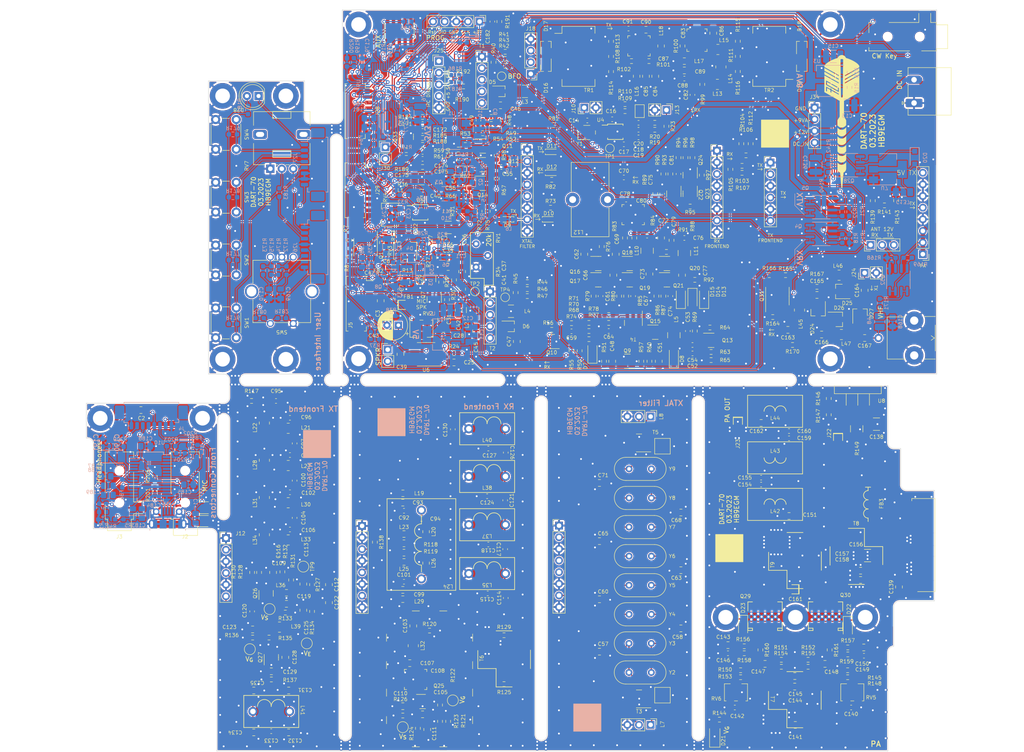
<source format=kicad_pcb>
(kicad_pcb (version 20211014) (generator pcbnew)

  (general
    (thickness 1.6)
  )

  (paper "A4")
  (title_block
    (title "DART-70 TRX")
    (date "2023-03-08")
    (rev "0")
    (company "HB9EGM")
  )

  (layers
    (0 "F.Cu" signal)
    (31 "B.Cu" signal)
    (32 "B.Adhes" user "B.Adhesive")
    (33 "F.Adhes" user "F.Adhesive")
    (34 "B.Paste" user)
    (35 "F.Paste" user)
    (36 "B.SilkS" user "B.Silkscreen")
    (37 "F.SilkS" user "F.Silkscreen")
    (38 "B.Mask" user)
    (39 "F.Mask" user)
    (40 "Dwgs.User" user "User.Drawings")
    (41 "Cmts.User" user "User.Comments")
    (42 "Eco1.User" user "User.Eco1")
    (43 "Eco2.User" user "User.Eco2")
    (44 "Edge.Cuts" user)
    (45 "Margin" user "Edge.Cuts.Setback")
    (46 "B.CrtYd" user "B.Courtyard")
    (47 "F.CrtYd" user "F.Courtyard")
    (48 "B.Fab" user)
    (49 "F.Fab" user)
    (50 "User.1" user "Milling")
    (51 "User.2" user)
    (52 "User.3" user)
    (53 "User.4" user)
    (54 "User.5" user)
    (55 "User.6" user)
    (56 "User.7" user)
    (57 "User.8" user)
    (58 "User.9" user)
  )

  (setup
    (stackup
      (layer "F.SilkS" (type "Top Silk Screen"))
      (layer "F.Paste" (type "Top Solder Paste"))
      (layer "F.Mask" (type "Top Solder Mask") (thickness 0.01))
      (layer "F.Cu" (type "copper") (thickness 0.035))
      (layer "dielectric 1" (type "core") (thickness 1.51) (material "FR4") (epsilon_r 4.5) (loss_tangent 0.02))
      (layer "B.Cu" (type "copper") (thickness 0.035))
      (layer "B.Mask" (type "Bottom Solder Mask") (thickness 0.01))
      (layer "B.Paste" (type "Bottom Solder Paste"))
      (layer "B.SilkS" (type "Bottom Silk Screen"))
      (copper_finish "None")
      (dielectric_constraints no)
    )
    (pad_to_mask_clearance 0)
    (pcbplotparams
      (layerselection 0x0000130_ffffffff)
      (disableapertmacros false)
      (usegerberextensions false)
      (usegerberattributes true)
      (usegerberadvancedattributes true)
      (creategerberjobfile true)
      (svguseinch false)
      (svgprecision 6)
      (excludeedgelayer true)
      (plotframeref false)
      (viasonmask false)
      (mode 1)
      (useauxorigin false)
      (hpglpennumber 1)
      (hpglpenspeed 20)
      (hpglpendiameter 15.000000)
      (dxfpolygonmode true)
      (dxfimperialunits true)
      (dxfusepcbnewfont true)
      (psnegative false)
      (psa4output false)
      (plotreference true)
      (plotvalue true)
      (plotinvisibletext false)
      (sketchpadsonfab false)
      (subtractmaskfromsilk false)
      (outputformat 5)
      (mirror false)
      (drillshape 0)
      (scaleselection 1)
      (outputdirectory "out")
    )
  )

  (net 0 "")
  (net 1 "+12V")
  (net 2 "GND")
  (net 3 "Net-(C1-Pad1)")
  (net 4 "Net-(C3-Pad1)")
  (net 5 "+9VA")
  (net 6 "/MIC")
  (net 7 "Net-(C6-Pad2)")
  (net 8 "+5VA")
  (net 9 "Net-(C1-Pad2)")
  (net 10 "Net-(C2-Pad2)")
  (net 11 "Net-(C4-Pad1)")
  (net 12 "Net-(C14-Pad1)")
  (net 13 "Net-(C14-Pad2)")
  (net 14 "Net-(C15-Pad1)")
  (net 15 "/BFO")
  (net 16 "Net-(C5-Pad1)")
  (net 17 "Net-(C5-Pad2)")
  (net 18 "Net-(C9-Pad2)")
  (net 19 "/Antenna Switch/TX")
  (net 20 "Net-(C18-Pad1)")
  (net 21 "Net-(C18-Pad2)")
  (net 22 "Net-(C19-Pad1)")
  (net 23 "Net-(C21-Pad1)")
  (net 24 "Net-(C20-Pad1)")
  (net 25 "Net-(C20-Pad2)")
  (net 26 "Net-(C22-Pad1)")
  (net 27 "Net-(C23-Pad1)")
  (net 28 "Net-(C23-Pad2)")
  (net 29 "Net-(C25-Pad1)")
  (net 30 "Net-(C21-Pad2)")
  (net 31 "Net-(C26-Pad1)")
  (net 32 "Net-(C22-Pad2)")
  (net 33 "Net-(C26-Pad2)")
  (net 34 "Net-(C28-Pad1)")
  (net 35 "+VRX")
  (net 36 "Net-(C31-Pad1)")
  (net 37 "Net-(C33-Pad1)")
  (net 38 "/Baseband/VAGC")
  (net 39 "Net-(C28-Pad2)")
  (net 40 "Net-(C39-Pad1)")
  (net 41 "Net-(C29-Pad1)")
  (net 42 "Net-(C40-Pad2)")
  (net 43 "Net-(C41-Pad2)")
  (net 44 "Net-(C34-Pad1)")
  (net 45 "/Baseband/SPKR_OUT")
  (net 46 "Net-(C35-Pad1)")
  (net 47 "Net-(C44-Pad2)")
  (net 48 "Net-(C40-Pad1)")
  (net 49 "Net-(C45-Pad2)")
  (net 50 "Net-(C46-Pad1)")
  (net 51 "Net-(C46-Pad2)")
  (net 52 "Net-(C47-Pad1)")
  (net 53 "Net-(C47-Pad2)")
  (net 54 "Net-(C48-Pad1)")
  (net 55 "Net-(C48-Pad2)")
  (net 56 "Net-(C49-Pad1)")
  (net 57 "Net-(C49-Pad2)")
  (net 58 "Net-(C50-Pad1)")
  (net 59 "Net-(C42-Pad2)")
  (net 60 "Net-(C43-Pad1)")
  (net 61 "Net-(C53-Pad1)")
  (net 62 "Net-(C50-Pad2)")
  (net 63 "Net-(C54-Pad2)")
  (net 64 "Net-(C51-Pad1)")
  (net 65 "Net-(C55-Pad2)")
  (net 66 "Net-(C56-Pad2)")
  (net 67 "Net-(C57-Pad2)")
  (net 68 "Net-(C52-Pad2)")
  (net 69 "Net-(C54-Pad1)")
  (net 70 "Net-(C60-Pad2)")
  (net 71 "Net-(C56-Pad1)")
  (net 72 "Net-(C58-Pad2)")
  (net 73 "Net-(C63-Pad2)")
  (net 74 "Net-(C64-Pad2)")
  (net 75 "Net-(C59-Pad1)")
  (net 76 "Net-(C65-Pad2)")
  (net 77 "Net-(C66-Pad2)")
  (net 78 "Net-(C67-Pad2)")
  (net 79 "Net-(C61-Pad2)")
  (net 80 "Net-(C69-Pad1)")
  (net 81 "Net-(C62-Pad1)")
  (net 82 "Net-(C70-Pad2)")
  (net 83 "Net-(C71-Pad2)")
  (net 84 "Net-(C66-Pad1)")
  (net 85 "Net-(C72-Pad2)")
  (net 86 "Net-(C73-Pad2)")
  (net 87 "Net-(C74-Pad2)")
  (net 88 "Net-(C75-Pad2)")
  (net 89 "Net-(C68-Pad2)")
  (net 90 "Net-(C76-Pad2)")
  (net 91 "Net-(C70-Pad1)")
  (net 92 "Net-(C73-Pad1)")
  (net 93 "Net-(C77-Pad1)")
  (net 94 "Net-(C81-Pad1)")
  (net 95 "Net-(C81-Pad2)")
  (net 96 "Net-(C82-Pad1)")
  (net 97 "Net-(C82-Pad2)")
  (net 98 "Net-(C83-Pad2)")
  (net 99 "Net-(C77-Pad2)")
  (net 100 "Net-(C79-Pad1)")
  (net 101 "Net-(C87-Pad2)")
  (net 102 "Net-(C83-Pad1)")
  (net 103 "/70MHz VHF Frontend/VHF_RX")
  (net 104 "/70MHz VHF Frontend/TX_FROM_MIX")
  (net 105 "Net-(C84-Pad2)")
  (net 106 "Net-(C87-Pad1)")
  (net 107 "Net-(C88-Pad2)")
  (net 108 "Net-(C101-Pad2)")
  (net 109 "Net-(C91-Pad2)")
  (net 110 "Net-(C94-Pad1)")
  (net 111 "Net-(C95-Pad2)")
  (net 112 "Net-(C109-Pad2)")
  (net 113 "/70MHz VHF Frontend/+VTX_FE")
  (net 114 "Net-(C111-Pad2)")
  (net 115 "Net-(C103-Pad2)")
  (net 116 "Net-(C104-Pad1)")
  (net 117 "Net-(C114-Pad2)")
  (net 118 "Net-(C105-Pad2)")
  (net 119 "Net-(C110-Pad1)")
  (net 120 "Net-(C120-Pad1)")
  (net 121 "Net-(C120-Pad2)")
  (net 122 "Net-(C121-Pad1)")
  (net 123 "Net-(C125-Pad2)")
  (net 124 "Net-(C126-Pad1)")
  (net 125 "Net-(C128-Pad1)")
  (net 126 "Net-(C128-Pad2)")
  (net 127 "Net-(C129-Pad1)")
  (net 128 "/70MHz VHF Frontend/RX_TO_MIX")
  (net 129 "/70MHz VHF Frontend/VHF_TX")
  (net 130 "Net-(C113-Pad2)")
  (net 131 "VGG1")
  (net 132 "Net-(C114-Pad1)")
  (net 133 "Net-(C116-Pad2)")
  (net 134 "Net-(C117-Pad2)")
  (net 135 "Net-(C119-Pad2)")
  (net 136 "Net-(C144-Pad1)")
  (net 137 "Net-(C144-Pad2)")
  (net 138 "VGG2")
  (net 139 "+3V3")
  (net 140 "/PA 70MHz/VG_5V")
  (net 141 "Net-(C138-Pad1)")
  (net 142 "Net-(C139-Pad1)")
  (net 143 "Net-(C159-Pad2)")
  (net 144 "/Control on separate board/ENC_B")
  (net 145 "/Control on separate board/ENC_A")
  (net 146 "/Control on separate board/3.3V_UI")
  (net 147 "Net-(C139-Pad2)")
  (net 148 "Net-(C171-Pad1)")
  (net 149 "Net-(C172-Pad1)")
  (net 150 "Net-(C147-Pad1)")
  (net 151 "Net-(C148-Pad1)")
  (net 152 "Net-(C151-Pad2)")
  (net 153 "Net-(C165-Pad1)")
  (net 154 "Net-(C154-Pad2)")
  (net 155 "Net-(D5-Pad1)")
  (net 156 "Net-(D5-Pad2)")
  (net 157 "Net-(D6-Pad1)")
  (net 158 "Net-(D6-Pad2)")
  (net 159 "Net-(D7-Pad2)")
  (net 160 "Net-(D8-Pad2)")
  (net 161 "Net-(C153-Pad2)")
  (net 162 "Net-(D10-Pad1)")
  (net 163 "Net-(D9-Pad2)")
  (net 164 "Net-(D11-Pad1)")
  (net 165 "Net-(D10-Pad2)")
  (net 166 "Net-(D13-Pad2)")
  (net 167 "Net-(D14-Pad2)")
  (net 168 "Net-(D15-Pad2)")
  (net 169 "Net-(D16-Pad1)")
  (net 170 "Net-(D16-Pad2)")
  (net 171 "Net-(D16-Pad3)")
  (net 172 "Net-(D17-Pad3)")
  (net 173 "Net-(D18-Pad1)")
  (net 174 "Net-(D18-Pad2)")
  (net 175 "Net-(D18-Pad3)")
  (net 176 "Net-(D19-Pad3)")
  (net 177 "Net-(C152-Pad2)")
  (net 178 "Net-(D21-Pad2)")
  (net 179 "/Control on separate board/STATUSn")
  (net 180 "Net-(D23-Pad2)")
  (net 181 "Net-(FB1-Pad2)")
  (net 182 "Net-(C164-Pad1)")
  (net 183 "Net-(C30-Pad2)")
  (net 184 "Net-(C166-Pad1)")
  (net 185 "Net-(C167-Pad2)")
  (net 186 "Net-(C168-Pad2)")
  (net 187 "Net-(C169-Pad2)")
  (net 188 "Net-(C170-Pad1)")
  (net 189 "/CW_RING")
  (net 190 "/CW_TIP")
  (net 191 "Net-(C173-Pad1)")
  (net 192 "Net-(C30-Pad1)")
  (net 193 "Net-(C174-Pad1)")
  (net 194 "/Baseband/SPKR_DET")
  (net 195 "Net-(C180-Pad2)")
  (net 196 "Net-(C188-Pad2)")
  (net 197 "Net-(C189-Pad2)")
  (net 198 "Net-(D20-Pad1)")
  (net 199 "unconnected-(D26-Pad2)")
  (net 200 "/Baseband/GPIO_XTAL")
  (net 201 "/EN_VRX")
  (net 202 "/EN_VTX")
  (net 203 "Net-(D28-Pad1)")
  (net 204 "/Baseband/CW_KEYn")
  (net 205 "/Baseband/CW_TONE")
  (net 206 "/MIC_PTT")
  (net 207 "/Baseband/SPKR_VOL")
  (net 208 "/MUTE_MICn")
  (net 209 "/SDA")
  (net 210 "/SCL")
  (net 211 "/S_METER")
  (net 212 "/Baseband/VHF_IN")
  (net 213 "/Baseband/VHF_OUT")
  (net 214 "/CLK1")
  (net 215 "unconnected-(D27-Pad2)")
  (net 216 "+VTX")
  (net 217 "Net-(D28-Pad2)")
  (net 218 "unconnected-(J2-PadNC)")
  (net 219 "unconnected-(J2-PadR1)")
  (net 220 "Net-(J2-PadT)")
  (net 221 "/Control on separate board/DISP_LAT")
  (net 222 "/Control on separate board/I2C2_SDA")
  (net 223 "/Control on separate board/I2C2_SCL")
  (net 224 "/Control on separate board/PC14")
  (net 225 "/Control on separate board/PC13")
  (net 226 "unconnected-(J2-PadTN)")
  (net 227 "/Control on separate board/USART1_TX")
  (net 228 "/Control on separate board/USART1_RX")
  (net 229 "/Control on separate board/PB15")
  (net 230 "/Control on separate board/SWCLK")
  (net 231 "/Control on separate board/SWDIO")
  (net 232 "/Control on separate board/RESETn")
  (net 233 "/LO1")
  (net 234 "Net-(L14-Pad1)")
  (net 235 "Net-(J3-PadR)")
  (net 236 "Net-(J3-PadTN)")
  (net 237 "Net-(L21-Pad2)")
  (net 238 "Net-(L23-Pad2)")
  (net 239 "Net-(L25-Pad2)")
  (net 240 "Net-(Q1-Pad2)")
  (net 241 "Net-(J5-Pad4)")
  (net 242 "unconnected-(J8-PadTN)")
  (net 243 "Net-(J15-Pad2)")
  (net 244 "Net-(J17-Pad2)")
  (net 245 "unconnected-(J17-Pad4)")
  (net 246 "unconnected-(J17-Pad5)")
  (net 247 "Net-(J17-Pad7)")
  (net 248 "Net-(J20-Pad5)")
  (net 249 "Net-(Q13-Pad1)")
  (net 250 "Net-(J22-Pad1)")
  (net 251 "Net-(J26-Pad2)")
  (net 252 "Net-(Q16-Pad2)")
  (net 253 "Net-(Q18-Pad2)")
  (net 254 "Net-(J26-Pad3)")
  (net 255 "Net-(J26-Pad5)")
  (net 256 "Net-(Q23-Pad1)")
  (net 257 "Net-(J27-Pad2)")
  (net 258 "/70MHz VHF Frontend/+VRX_FE")
  (net 259 "Net-(J27-Pad3)")
  (net 260 "Net-(J27-Pad4)")
  (net 261 "Net-(J27-Pad5)")
  (net 262 "Net-(J33-Pad1)")
  (net 263 "Net-(J33-Pad4)")
  (net 264 "Net-(R31-Pad2)")
  (net 265 "Net-(L13-Pad1)")
  (net 266 "Net-(L18-Pad1)")
  (net 267 "Net-(L20-Pad2)")
  (net 268 "Net-(L30-Pad2)")
  (net 269 "Net-(L33-Pad2)")
  (net 270 "Net-(Q2-Pad1)")
  (net 271 "Net-(Q3-Pad1)")
  (net 272 "Net-(Q4-Pad4)")
  (net 273 "Net-(Q5-Pad4)")
  (net 274 "Net-(Q8-Pad1)")
  (net 275 "Net-(Q9-Pad1)")
  (net 276 "Net-(Q12-Pad2)")
  (net 277 "Net-(Q13-Pad3)")
  (net 278 "/Control on separate board/BTN0")
  (net 279 "/Control on separate board/BTN1")
  (net 280 "/Control on separate board/BTN2")
  (net 281 "/Control on separate board/BTN3")
  (net 282 "Net-(Q15-Pad1)")
  (net 283 "/Control on separate board/ENC_BTN")
  (net 284 "/Control on separate board/XTAL1")
  (net 285 "/Control on separate board/XTAL2")
  (net 286 "/Control on separate board/PWM_CW")
  (net 287 "/Control on separate board/MUTE_SPKR")
  (net 288 "Net-(Q16-Pad3)")
  (net 289 "/Control on separate board/BOOT0")
  (net 290 "/Control on separate board/BOOT1")
  (net 291 "unconnected-(T3-Pad2)")
  (net 292 "unconnected-(T5-Pad2)")
  (net 293 "unconnected-(TR1-Pad10)")
  (net 294 "unconnected-(TR1-Pad15)")
  (net 295 "unconnected-(TR2-Pad10)")
  (net 296 "unconnected-(TR2-Pad15)")
  (net 297 "Net-(U4-Pad3)")
  (net 298 "Net-(Q20-Pad2)")
  (net 299 "Net-(D22-Pad2)")
  (net 300 "unconnected-(T4-Pad2)")
  (net 301 "/Antenna Switch/RX")
  (net 302 "Net-(Q22-Pad1)")
  (net 303 "Net-(Q25-Pad1)")
  (net 304 "Net-(L27-Pad2)")
  (net 305 "Net-(Q26-Pad4)")
  (net 306 "Net-(Q28-Pad4)")
  (net 307 "Net-(Q30-Pad1)")
  (net 308 "Net-(Q31-Pad5)")
  (net 309 "/Antenna Switch/ANT")
  (net 310 "/Antenna Switch/V_{PIN}")
  (net 311 "Net-(Q31-Pad7)")
  (net 312 "Net-(Q32-Pad4)")
  (net 313 "/TX_to_PA")
  (net 314 "/Baseband/AGC_to_METER")
  (net 315 "Net-(Q32-Pad5)")
  (net 316 "/PA 70MHz/V_{DD}")
  (net 317 "Net-(R32-Pad2)")
  (net 318 "Net-(C137-Pad1)")
  (net 319 "Net-(R37-Pad2)")
  (net 320 "Net-(FB3-Pad1)")
  (net 321 "Net-(R40-Pad1)")
  (net 322 "Net-(C162-Pad2)")
  (net 323 "Net-(R40-Pad2)")
  (net 324 "Net-(R44-Pad1)")
  (net 325 "Net-(Q1-Pad4)")
  (net 326 "Net-(C148-Pad2)")
  (net 327 "Net-(R45-Pad1)")
  (net 328 "Net-(Q29-Pad1)")
  (net 329 "Net-(C147-Pad2)")
  (net 330 "Net-(C163-Pad1)")
  (net 331 "Net-(R103-Pad1)")
  (net 332 "Net-(R110-Pad1)")
  (net 333 "Net-(R111-Pad1)")
  (net 334 "Net-(R121-Pad2)")
  (net 335 "/VOX_PTTn")
  (net 336 "Net-(D11-Pad2)")
  (net 337 "/EN_PA")
  (net 338 "Net-(JP2-Pad2)")
  (net 339 "Net-(R146-Pad1)")
  (net 340 "Net-(R148-Pad1)")
  (net 341 "Net-(R153-Pad1)")
  (net 342 "Net-(R172-Pad1)")
  (net 343 "unconnected-(D24-Pad2)")
  (net 344 "unconnected-(D25-Pad2)")
  (net 345 "Net-(R173-Pad2)")
  (net 346 "Net-(R183-Pad2)")
  (net 347 "/USB Audio/AF_OUT_L")
  (net 348 "/USB Audio/AF_IN")
  (net 349 "Net-(C183-Pad2)")
  (net 350 "Net-(C184-Pad2)")
  (net 351 "/USB Audio/VCC")
  (net 352 "/USB Audio/VDD")
  (net 353 "Net-(R194-Pad2)")
  (net 354 "/USB Audio/AF_OUT_R")
  (net 355 "Net-(R195-Pad2)")
  (net 356 "/USB Audio/XTI")
  (net 357 "/USB Audio/XTO")
  (net 358 "unconnected-(U10-Pad5)")
  (net 359 "/USB Audio/USB_DM")
  (net 360 "/USB Audio/USB_DP")
  (net 361 "unconnected-(U10-Pad6)")
  (net 362 "unconnected-(U10-Pad7)")
  (net 363 "unconnected-(U9-Pad1)")
  (net 364 "Net-(R203-Pad2)")
  (net 365 "Net-(R204-Pad2)")
  (net 366 "unconnected-(U10-Pad24)")
  (net 367 "/Control on separate board/USB_DM")
  (net 368 "/Control on separate board/USB_DP")
  (net 369 "unconnected-(U10-Pad25)")
  (net 370 "unconnected-(U10-Pad28)")
  (net 371 "Net-(C100-Pad2)")
  (net 372 "Net-(C100-Pad1)")
  (net 373 "Net-(C107-Pad1)")
  (net 374 "Net-(Q11-Pad3)")
  (net 375 "Net-(R108-Pad1)")
  (net 376 "Net-(R108-Pad2)")
  (net 377 "Net-(R180-Pad1)")
  (net 378 "/DC_IN")

  (footprint "Capacitor_SMD:C_0603_1608Metric_Pad1.08x0.95mm_HandSolder" (layer "F.Cu") (at 97.536 47.498 180))

  (footprint "Resistor_SMD:R_0603_1608Metric_Pad0.98x0.95mm_HandSolder" (layer "F.Cu") (at 60.325 137.795 -90))

  (footprint "Crystal:Crystal_HC49-U_Vertical" (layer "F.Cu") (at 142.595 140.589))

  (footprint "Resistor_SMD:R_0603_1608Metric_Pad0.98x0.95mm_HandSolder" (layer "F.Cu") (at 190.343 159.156 180))

  (footprint "Resistor_SMD:R_0603_1608Metric_Pad0.98x0.95mm_HandSolder" (layer "F.Cu") (at 156.972 73.914))

  (footprint "Package_SO:MSOP-10_3x3mm_P0.5mm" (layer "F.Cu") (at 97.028 59.182))

  (footprint "mpb:four_4mm_pads_narrow" (layer "F.Cu") (at 178.913 165.76 90))

  (footprint "Potentiometer_SMD:Potentiometer_Bourns_3214W_Vertical" (layer "F.Cu") (at 90.424 59.69 -90))

  (footprint "Potentiometer_SMD:Potentiometer_Bourns_3214W_Vertical" (layer "F.Cu") (at 93.726 67.564 180))

  (footprint "Resistor_SMD:R_0603_1608Metric_Pad0.98x0.95mm_HandSolder" (layer "F.Cu") (at 73.406 146.304 90))

  (footprint "Capacitor_SMD:C_0603_1608Metric_Pad1.08x0.95mm_HandSolder" (layer "F.Cu") (at 111.76 142.367))

  (footprint "Resistor_SMD:R_0603_1608Metric_Pad0.98x0.95mm_HandSolder" (layer "F.Cu") (at 126.1345 40.132))

  (footprint "Capacitor_SMD:C_0603_1608Metric_Pad1.08x0.95mm_HandSolder" (layer "F.Cu") (at 109.728 39.116 90))

  (footprint "Resistor_SMD:R_0603_1608Metric_Pad0.98x0.95mm_HandSolder" (layer "F.Cu") (at 64.008 152.019 180))

  (footprint "Capacitor_SMD:C_0805_2012Metric_Pad1.18x1.45mm_HandSolder" (layer "F.Cu") (at 178.786 162.712 180))

  (footprint "Capacitor_SMD:C_0805_2012Metric_Pad1.18x1.45mm_HandSolder" (layer "F.Cu") (at 178.8075 160.426 180))

  (footprint "Diode_SMD:D_SOD-123F" (layer "F.Cu") (at 153.924 77.978 90))

  (footprint "Resistor_SMD:R_0603_1608Metric_Pad0.98x0.95mm_HandSolder" (layer "F.Cu") (at 115.57 27.173 180))

  (footprint "mpb:PLD-1.5W" (layer "F.Cu") (at 185.517 147.472 180))

  (footprint "Capacitor_SMD:C_0805_2012Metric_Pad1.18x1.45mm_HandSolder" (layer "F.Cu") (at 201.549 140.97 90))

  (footprint "Capacitor_SMD:C_0805_2012Metric_Pad1.18x1.45mm_HandSolder" (layer "F.Cu") (at 60.6845 172.72))

  (footprint "Inductor_SMD:L_1008_2520Metric_Pad1.43x2.20mm_HandSolder" (layer "F.Cu") (at 62.992 105.1825 90))

  (footprint "Package_TO_SOT_SMD:SOT-23" (layer "F.Cu") (at 125.73 87.376 180))

  (footprint "MountingHole:MountingHole_3.2mm_M3_DIN965_Pad" (layer "F.Cu") (at 53.87525 91.252 90))

  (footprint "Resistor_SMD:R_0603_1608Metric_Pad0.98x0.95mm_HandSolder" (layer "F.Cu") (at 113.7135 46.736 90))

  (footprint "TestPoint:TestPoint_Pad_3.0x3.0mm" (layer "F.Cu") (at 149.91 164.597))

  (footprint "Capacitor_SMD:C_0805_2012Metric_Pad1.18x1.45mm_HandSolder" (layer "F.Cu") (at 94.742 157.607 180))

  (footprint "Inductor_SMD:L_1008_2520Metric_Pad1.43x2.20mm_HandSolder" (layer "F.Cu") (at 162.013 23.622))

  (footprint "Connector_PinHeader_1.27mm:PinHeader_2x05_P1.27mm_Vertical_SMD" (layer "F.Cu") (at 92.456 19.558 90))

  (footprint "Capacitor_SMD:C_0805_2012Metric_Pad1.18x1.45mm_HandSolder" (layer "F.Cu") (at 177.546 125.476))

  (footprint "Capacitor_SMD:C_0603_1608Metric_Pad1.08x0.95mm_HandSolder" (layer "F.Cu") (at 107.8715 46.228 90))

  (footprint "Connector_Phoenix_MC_HighVoltage:PhoenixContact_MC_1,5_2-G-5.08_1x02_P5.08mm_Horizontal" (layer "F.Cu") (at 204.8395 35.306 90))

  (footprint "Inductor_SMD:L_1008_2520Metric_Pad1.43x2.20mm_HandSolder" (layer "F.Cu") (at 62.992 129.5665 90))

  (footprint "Connector_PinHeader_2.54mm:PinHeader_1x03_P2.54mm_Vertical" (layer "F.Cu") (at 195.341 66.294 90))

  (footprint "Capacitor_SMD:C_0805_2012Metric_Pad1.18x1.45mm_HandSolder" (layer "F.Cu") (at 149.098 91.694 -90))

  (footprint "Capacitor_SMD:C_0603_1608Metric_Pad1.08x0.95mm_HandSolder" (layer "F.Cu") (at 156.464 33.528 90))

  (footprint "Resistor_SMD:R_0603_1608Metric_Pad0.98x0.95mm_HandSolder" (layer "F.Cu") (at 106.8555 43.434))

  (footprint "Inductor_SMD:L_0805_2012Metric_Pad1.15x1.40mm_HandSolder" (layer "F.Cu") (at 93.472 129.413 180))

  (footprint "TestPoint:TestPoint_Pad_D2.0mm" (layer "F.Cu") (at 72.263 153.289 -90))

  (footprint "Resistor_SMD:R_0603_1608Metric_Pad0.98x0.95mm_HandSolder" (layer "F.Cu") (at 190.373 154.178))

  (footprint "Package_TO_SOT_SMD:SOT-323_SC-70_Handsoldering" (layer "F.Cu") (at 124.46 22.5845 90))

  (footprint "Resistor_SMD:R_0603_1608Metric_Pad0.98x0.95mm_HandSolder" (layer "F.Cu") (at 186.22 99.822 90))

  (footprint "Resistor_SMD:R_0603_1608Metric_Pad0.98x0.95mm_HandSolder" (layer "F.Cu") (at 141.732 64.77 -90))

  (footprint "Capacitor_SMD:C_0603_1608Metric_Pad1.08x0.95mm_HandSolder" (layer "F.Cu") (at 143.51 77.47 90))

  (footprint "Potentiometer_SMD:Potentiometer_Bourns_3214W_Vertical" (layer "F.Cu") (at 165.959 163.982 180))

  (footprint "Capacitor_SMD:C_0805_2012Metric_Pad1.18x1.45mm_HandSolder" (layer "F.Cu") (at 77.089 140.462 90))

  (footprint "Capacitor_SMD:C_0805_2012Metric_Pad1.18x1.45mm_HandSolder" (layer "F.Cu") (at 153.935 124.714 180))

  (footprint "Capacitor_SMD:C_0805_2012Metric_Pad1.18x1.45mm_HandSolder" (layer "F.Cu") (at 146.304 29.464 -90))

  (footprint "Crystal:Crystal_HC49-U_Vertical" (layer "F.Cu") (at 147.495 115.189 180))

  (footprint "Jumper:SolderJumper-2_P1.3mm_Open_TrianglePad1.0x1.5mm" (layer "F.Cu") (at 144.9335 37.084 90))

  (footprint "Capacitor_SMD:C_0805_2012Metric_Pad1.18x1.45mm_HandSolder" (layer "F.Cu") (at 67.818 144.653 180))

  (footprint "Resistor_SMD:R_0603_1608Metric_Pad0.98x0.95mm_HandSolder" (layer "F.Cu") (at 156.464 47.244 -90))

  (footprint "Resistor_SMD:R_0603_1608Metric_Pad0.98x0.95mm_HandSolder" (layer "F.Cu") (at 64.516 161.163 180))

  (footprint "Resistor_SMD:R_0603_1608Metric_Pad0.98x0.95mm_HandSolder" (layer "F.Cu") (at 67.564 146.558))

  (footprint "Capacitor_SMD:C_0805_2012Metric_Pad1.18x1.45mm_HandSolder" (layer "F.Cu")
    (tedit 5F68FEEF) (tstamp 1bafce3e-a05c-40ee-9ab1-dbf1bce75a0d)
    (at 77.089 144.399 -90)
    (descr "Capacitor SMD 0805 (2012 Metric), square (rectangular) end terminal, IPC_7351 nominal with elongated pad for handsoldering. (Body size source: IPC-SM-782 page 76, https://www.pcb-3d.com/wordpress/wp-content/uploads/ipc-sm-782a_amendment_1_and_2.pdf, https://docs.google.com/spreadsheets/d/1BsfQQcO9C6DZCsRaXUlFlo91Tg2WpOkGARC1WS5S8t0/edit?usp=sharing), generated with kicad-footprint-generator")
    (tags "capacitor handsolder")
    (property "MPN" "VJ0805A103KXJTBC")
    (property "Need_order" 
... [7171547 chars truncated]
</source>
